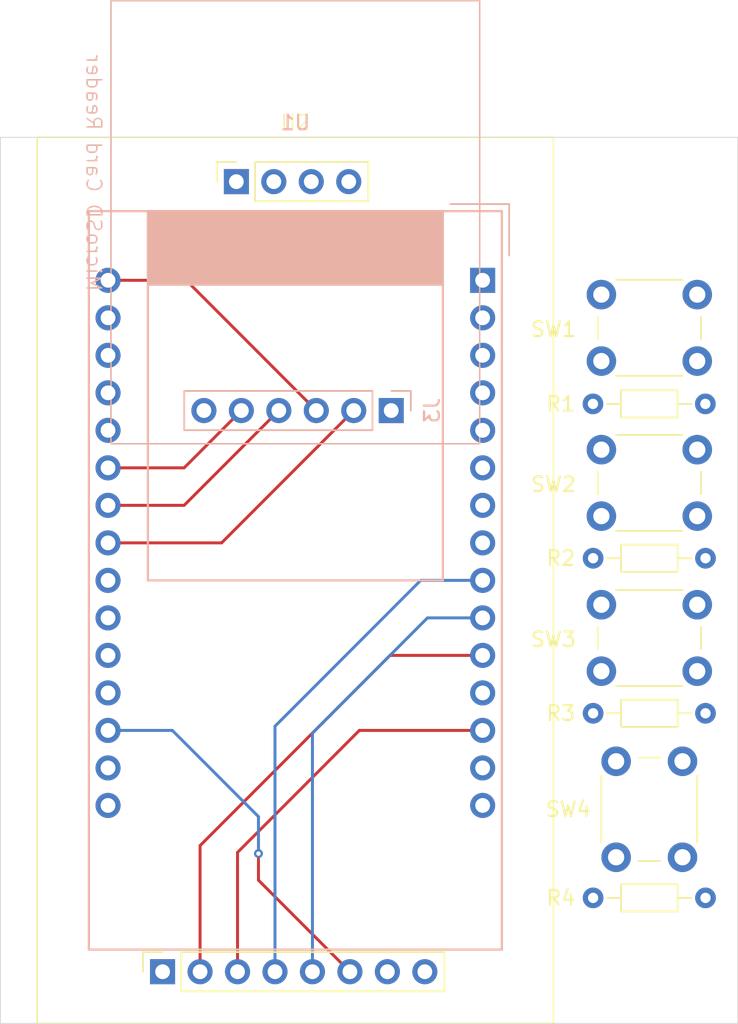
<source format=kicad_pcb>
(kicad_pcb (version 20241229) (generator "pcbnew") (generator_version "9.0")
  (layers (0 "F.Cu" signal) (2 "B.Cu" signal) (13 "F.Paste" user) (15 "B.Paste" user) (5 "F.SilkS" user "F.Silkscreen") (7 "B.SilkS" user "B.Silkscreen") (1 "F.Mask" user) (3 "B.Mask" user) (25 "Edge.Cuts" user))
  (net 0 "")
  (net 1 "SW_UP")
  (net 2 "SW_DOWN")
  (net 3 "SW_OK")
  (net 4 "SW_BACK")
  (net 11 "SD_SPI_MISO")
  (net 14 "LCD_GND")
  (net 15 "LCD_VCC")
  (net 19 "SD_SPI_MOSI")
  (net 20 "SD_SPI_CS")
  (net 23 "SD_SPI_CLK")
  (net 24 "LCD_SPI_CLK")
  (net 25 "LCD_SPI_MOSI")
  (net 28 "LCD_DC")
  (net 30 "LCD_BL")
  (net 31 "LCD_SPI_CS")
  (net 32 "LCD_RESET")
  (footprint "Button_Switch_THT:SW_PUSH_6mm" (layer "F.Cu") (at 96.25 92.25 -90)
    (property "Reference" "SW4" (at 3.25 7.75 0) (layer "F.SilkS"))
    (property "Value" "SW_Push")
    (fp_line (start 1 5.5) (end 5.5 5.5) (stroke (width 0.12)) (layer "F.SilkS"))
    (fp_line (start 6.75 3) (end 6.75 1.5) (stroke (width 0.12)) (layer "F.SilkS"))
    (fp_line (start -0.25 1.5) (end -0.25 3) (stroke (width 0.12)) (layer "F.SilkS"))
    (fp_line (start 5.5 -1) (end 1 -1) (stroke (width 0.12)) (layer "F.SilkS"))
    (pad "1" thru_hole circle (at 0 0) (size 2 2) (drill 1.1) (layers "*.Cu" "*.Mask") (net 14 "LCD_GND"))
    (pad "1" thru_hole circle (at 6.5 0) (size 2 2) (drill 1.1) (layers "*.Cu" "*.Mask") (net 14 "LCD_GND"))
    (pad "2" thru_hole circle (at 0 4.5) (size 2 2) (drill 1.1) (layers "*.Cu" "*.Mask") (net 4 "SW_BACK"))
    (pad "2" thru_hole circle (at 6.5 4.5) (size 2 2) (drill 1.1) (layers "*.Cu" "*.Mask") (net 4 "SW_BACK"))
  )
  (footprint "Resistor_THT:R_Axial_DIN0204_L3.6mm_D1.6mm_P7.62mm_Horizontal" (layer "F.Cu") (at 97.8 68.05 180)
    (property "Reference" "R1" (at 9.81 0 0) (layer "F.SilkS"))
    (property "Value" "4.7k")
    (fp_line (start 6.68 0) (end 5.73 0) (stroke (width 0.12)) (layer "F.SilkS"))
    (fp_line (start 0.94 0) (end 1.89 0) (stroke (width 0.12)) (layer "F.SilkS"))
    (fp_rect (start 1.89 -0.92) (end 5.73 0.92) (stroke (width 0.12)) (fill no) (layer "F.SilkS"))
    (pad "1" thru_hole circle (at 0 0 180) (size 1.4 1.4) (drill 0.7) (layers "*.Cu" "*.Mask") (net 15 "LCD_VCC"))
    (pad "2" thru_hole circle (at 7.62 0 180) (size 1.4 1.4) (drill 0.7) (layers "*.Cu" "*.Mask") (net 1 "SW_UP"))
  )
  (footprint "Resistor_THT:R_Axial_DIN0204_L3.6mm_D1.6mm_P7.62mm_Horizontal" (layer "F.Cu") (at 97.81 101.5 180)
    (property "Reference" "R4" (at 9.8 0 0) (layer "F.SilkS"))
    (property "Value" "4.7k")
    (fp_line (start 6.68 0) (end 5.73 0) (stroke (width 0.12)) (layer "F.SilkS"))
    (fp_line (start 0.94 0) (end 1.89 0) (stroke (width 0.12)) (layer "F.SilkS"))
    (fp_rect (start 1.89 -0.92) (end 5.73 0.92) (stroke (width 0.12)) (fill no) (layer "F.SilkS"))
    (pad "1" thru_hole circle (at 0 0 180) (size 1.4 1.4) (drill 0.7) (layers "*.Cu" "*.Mask") (net 15 "LCD_VCC"))
    (pad "2" thru_hole circle (at 7.62 0 180) (size 1.4 1.4) (drill 0.7) (layers "*.Cu" "*.Mask") (net 4 "SW_BACK"))
  )
  (footprint "Button_Switch_THT:SW_PUSH_6mm" (layer "F.Cu") (at 90.75 71.15)
    (property "Reference" "SW2" (at -3.25 2.35 0) (layer "F.SilkS"))
    (property "Value" "SW_Push")
    (fp_line (start -0.25 1.5) (end -0.25 3) (stroke (width 0.12)) (layer "F.SilkS"))
    (fp_line (start 1 5.5) (end 5.5 5.5) (stroke (width 0.12)) (layer "F.SilkS"))
    (fp_line (start 5.5 -1) (end 1 -1) (stroke (width 0.12)) (layer "F.SilkS"))
    (fp_line (start 6.75 3) (end 6.75 1.5) (stroke (width 0.12)) (layer "F.SilkS"))
    (pad "1" thru_hole circle (at 0 0 90) (size 2 2) (drill 1.1) (layers "*.Cu" "*.Mask") (net 14 "LCD_GND"))
    (pad "1" thru_hole circle (at 6.5 0 90) (size 2 2) (drill 1.1) (layers "*.Cu" "*.Mask") (net 14 "LCD_GND"))
    (pad "2" thru_hole circle (at 0 4.5 90) (size 2 2) (drill 1.1) (layers "*.Cu" "*.Mask") (net 2 "SW_DOWN"))
    (pad "2" thru_hole circle (at 6.5 4.5 90) (size 2 2) (drill 1.1) (layers "*.Cu" "*.Mask") (net 2 "SW_DOWN"))
  )
  (footprint "Resistor_THT:R_Axial_DIN0204_L3.6mm_D1.6mm_P7.62mm_Horizontal" (layer "F.Cu") (at 97.81 78.5 180)
    (property "Reference" "R2" (at 9.81 0 0) (layer "F.SilkS"))
    (property "Value" "4.7k")
    (fp_line (start 6.68 0) (end 5.73 0) (stroke (width 0.12)) (layer "F.SilkS"))
    (fp_line (start 0.94 0) (end 1.89 0) (stroke (width 0.12)) (layer "F.SilkS"))
    (fp_rect (start 1.89 -0.92) (end 5.73 0.92) (stroke (width 0.12)) (fill no) (layer "F.SilkS"))
    (pad "1" thru_hole circle (at 0 0 180) (size 1.4 1.4) (drill 0.7) (layers "*.Cu" "*.Mask") (net 15 "LCD_VCC"))
    (pad "2" thru_hole circle (at 7.62 0 180) (size 1.4 1.4) (drill 0.7) (layers "*.Cu" "*.Mask") (net 2 "SW_DOWN"))
  )
  (footprint "Button_Switch_THT:SW_PUSH_6mm" (layer "F.Cu") (at 90.75 60.65)
    (property "Reference" "SW1" (at -3.25 2.35 0) (layer "F.SilkS"))
    (property "Value" "SW_Push")
    (fp_line (start -0.25 1.5) (end -0.25 3) (stroke (width 0.12)) (layer "F.SilkS"))
    (fp_line (start 1 5.5) (end 5.5 5.5) (stroke (width 0.12)) (layer "F.SilkS"))
    (fp_line (start 5.5 -1) (end 1 -1) (stroke (width 0.12)) (layer "F.SilkS"))
    (fp_line (start 6.75 3) (end 6.75 1.5) (stroke (width 0.12)) (layer "F.SilkS"))
    (pad "1" thru_hole circle (at 0 0 90) (size 2 2) (drill 1.1) (layers "*.Cu" "*.Mask") (net 14 "LCD_GND"))
    (pad "1" thru_hole circle (at 6.5 0 90) (size 2 2) (drill 1.1) (layers "*.Cu" "*.Mask") (net 14 "LCD_GND"))
    (pad "2" thru_hole circle (at 0 4.5 90) (size 2 2) (drill 1.1) (layers "*.Cu" "*.Mask") (net 1 "SW_UP"))
    (pad "2" thru_hole circle (at 6.5 4.5 90) (size 2 2) (drill 1.1) (layers "*.Cu" "*.Mask") (net 1 "SW_UP"))
  )
  (footprint "shubot_lib:LCD_Module_ST7735" (layer "F.Cu") (at 70 80 90)
    (property "Reference" "U2" (at 31 0 0) (layer "F.SilkS") (effects (font (thickness 0.1))))
    (property "Value" "LCD_Module_ST7735")
    (fp_line (start -25.17 -10.33) (end -25.17 -9) (stroke (width 0.12)) (layer "F.SilkS"))
    (fp_line (start -26.5 -10.33) (end -25.17 -10.33) (stroke (width 0.12)) (layer "F.SilkS"))
    (fp_line (start -25.17 -7.73) (end -25.17 10.11) (stroke (width 0.12)) (layer "F.SilkS"))
    (fp_line (start -27.83 -7.73) (end -25.17 -7.73) (stroke (width 0.12)) (layer "F.SilkS"))
    (fp_line (start -27.83 -7.73) (end -27.83 10.11) (stroke (width 0.12)) (layer "F.SilkS"))
    (fp_line (start 28.33 -5.33) (end 28.33 -4) (stroke (width 0.12)) (layer "F.SilkS"))
    (fp_line (start 27 -5.33) (end 28.33 -5.33) (stroke (width 0.12)) (layer "F.SilkS"))
    (fp_line (start 28.33 -2.73) (end 28.33 4.95) (stroke (width 0.12)) (layer "F.SilkS"))
    (fp_line (start 25.67 -2.73) (end 28.33 -2.73) (stroke (width 0.12)) (layer "F.SilkS"))
    (fp_line (start 25.67 -2.73) (end 25.67 4.95) (stroke (width 0.12)) (layer "F.SilkS"))
    (fp_line (start 25.67 4.95) (end 28.33 4.95) (stroke (width 0.12)) (layer "F.SilkS"))
    (fp_line (start -27.83 10.11) (end -25.17 10.11) (stroke (width 0.12)) (layer "F.SilkS"))
    (fp_rect (start -30 -17.5) (end 30 17.5) (stroke (width 0.1)) (fill no) (layer "F.SilkS"))
    (pad "1" thru_hole rect (at -26.5 -9 90) (size 1.7 1.7) (drill 1) (layers "*.Cu" "*.Mask") (net 30 "LCD_BL"))
    (pad "2" thru_hole circle (at -26.5 -6.46 90) (size 1.7 1.7) (drill 1) (layers "*.Cu" "*.Mask") (net 24 "LCD_SPI_CLK"))
    (pad "3" thru_hole circle (at -26.5 -3.92 90) (size 1.7 1.7) (drill 1) (layers "*.Cu" "*.Mask") (net 25 "LCD_SPI_MOSI"))
    (pad "4" thru_hole circle (at -26.5 -1.38 90) (size 1.7 1.7) (drill 1) (layers "*.Cu" "*.Mask") (net 28 "LCD_DC"))
    (pad "5" thru_hole circle (at -26.5 1.16 90) (size 1.7 1.7) (drill 1) (layers "*.Cu" "*.Mask") (net 32 "LCD_RESET"))
    (pad "6" thru_hole circle (at -26.5 3.7 90) (size 1.7 1.7) (drill 1) (layers "*.Cu" "*.Mask") (net 31 "LCD_SPI_CS"))
    (pad "7" thru_hole circle (at -26.5 6.24 90) (size 1.7 1.7) (drill 1) (layers "*.Cu" "*.Mask") (net 14 "LCD_GND"))
    (pad "8" thru_hole circle (at -26.5 8.78 90) (size 1.7 1.7) (drill 1) (layers "*.Cu" "*.Mask") (net 15 "LCD_VCC"))
    (pad "9" thru_hole circle (at 27 3.62 90) (size 1.7 1.7) (drill 1) (layers "*.Cu" "*.Mask"))
    (pad "10" thru_hole circle (at 27 1.08 90) (size 1.7 1.7) (drill 1) (layers "*.Cu" "*.Mask"))
    (pad "11" thru_hole circle (at 27 -1.46 90) (size 1.7 1.7) (drill 1) (layers "*.Cu" "*.Mask"))
    (pad "12" thru_hole rect (at 27 -4 90) (size 1.7 1.7) (drill 1) (layers "*.Cu" "*.Mask"))
  )
  (footprint "Resistor_THT:R_Axial_DIN0204_L3.6mm_D1.6mm_P7.62mm_Horizontal" (layer "F.Cu") (at 97.81 89 180)
    (property "Reference" "R3" (at 9.81 0 0) (layer "F.SilkS"))
    (property "Value" "4.7k")
    (fp_line (start 6.68 0) (end 5.73 0) (stroke (width 0.12)) (layer "F.SilkS"))
    (fp_line (start 0.94 0) (end 1.89 0) (stroke (width 0.12)) (layer "F.SilkS"))
    (fp_rect (start 1.89 -0.92) (end 5.73 0.92) (stroke (width 0.12)) (fill no) (layer "F.SilkS"))
    (pad "1" thru_hole circle (at 0 0 180) (size 1.4 1.4) (drill 0.7) (layers "*.Cu" "*.Mask") (net 15 "LCD_VCC"))
    (pad "2" thru_hole circle (at 7.62 0 180) (size 1.4 1.4) (drill 0.7) (layers "*.Cu" "*.Mask") (net 3 "SW_OK"))
  )
  (footprint "Button_Switch_THT:SW_PUSH_6mm" (layer "F.Cu") (at 90.75 81.65)
    (property "Reference" "SW3" (at -3.25 2.35 0) (layer "F.SilkS"))
    (property "Value" "SW_Push")
    (fp_line (start -0.25 1.5) (end -0.25 3) (stroke (width 0.12)) (layer "F.SilkS"))
    (fp_line (start 1 5.5) (end 5.5 5.5) (stroke (width 0.12)) (layer "F.SilkS"))
    (fp_line (start 5.5 -1) (end 1 -1) (stroke (width 0.12)) (layer "F.SilkS"))
    (fp_line (start 6.75 3) (end 6.75 1.5) (stroke (width 0.12)) (layer "F.SilkS"))
    (pad "1" thru_hole circle (at 0 0 90) (size 2 2) (drill 1.1) (layers "*.Cu" "*.Mask") (net 14 "LCD_GND"))
    (pad "1" thru_hole circle (at 6.5 0 90) (size 2 2) (drill 1.1) (layers "*.Cu" "*.Mask") (net 14 "LCD_GND"))
    (pad "2" thru_hole circle (at 0 4.5 90) (size 2 2) (drill 1.1) (layers "*.Cu" "*.Mask") (net 3 "SW_OK"))
    (pad "2" thru_hole circle (at 6.5 4.5 90) (size 2 2) (drill 1.1) (layers "*.Cu" "*.Mask") (net 3 "SW_OK"))
  )
  (footprint "shubot_lib:MicroSD Card Reader" (layer "B.Cu") (at 76.5 68.5 90)
    (property "Reference" "J3" (at 0 2.77 90) (layer "B.SilkS") (effects (justify mirror)))
    (property "Value" "Micro_SD_Card_Module")
    (fp_line (start -1.33 -14.03) (end 1.33 -14.03) (stroke (width 0.12)) (layer "B.SilkS"))
    (fp_line (start 1.33 -1.27) (end 1.33 -14.03) (stroke (width 0.12)) (layer "B.SilkS"))
    (fp_line (start -1.33 -1.27) (end -1.33 -14.03) (stroke (width 0.12)) (layer "B.SilkS"))
    (fp_line (start -1.33 -1.27) (end 1.33 -1.27) (stroke (width 0.12)) (layer "B.SilkS"))
    (fp_line (start 1.33 1.33) (end 1.33 0) (stroke (width 0.12)) (layer "B.SilkS"))
    (fp_line (start 0 1.33) (end 1.33 1.33) (stroke (width 0.12)) (layer "B.SilkS"))
    (fp_rect (start -2.25 6) (end 27.75 -19) (stroke (width 0.1)) (fill no) (layer "B.SilkS"))
    (fp_text user "MicroSD Card Reader" (at 8 -20.75 270) (layer "B.SilkS") (effects (font (thickness 0.1)) (justify left bottom mirror)))
    (pad "1" thru_hole rect (at 0 0 90) (size 1.7 1.7) (drill 1) (layers "*.Cu" "*.Mask") (net 15 "LCD_VCC"))
    (pad "2" thru_hole oval (at 0 -2.54 90) (size 1.7 1.7) (drill 1) (layers "*.Cu" "*.Mask") (net 20 "SD_SPI_CS"))
    (pad "3" thru_hole oval (at 0 -5.08 90) (size 1.7 1.7) (drill 1) (layers "*.Cu" "*.Mask") (net 19 "SD_SPI_MOSI"))
    (pad "4" thru_hole oval (at 0 -7.62 90) (size 1.7 1.7) (drill 1) (layers "*.Cu" "*.Mask") (net 23 "SD_SPI_CLK"))
    (pad "5" thru_hole oval (at 0 -10.16 90) (size 1.7 1.7) (drill 1) (layers "*.Cu" "*.Mask") (net 11 "SD_SPI_MISO"))
    (pad "6" thru_hole oval (at 0 -12.7 90) (size 1.7 1.7) (drill 1) (layers "*.Cu" "*.Mask") (net 14 "LCD_GND"))
  )
  (footprint "shubot_lib:ESP32_DevKit_V1_DOIT_Module" (layer "B.Cu") (at 70 80 180)
    (property "Reference" "U1" (at 0 31 0) (layer "B.SilkS") (effects (justify mirror)))
    (property "Value" "esp32_devkit_WROOM-32")
    (fp_line (start 14 25) (end -14 25) (stroke (width 0.15)) (layer "B.SilkS"))
    (fp_line (start 14 -25) (end 14 25) (stroke (width 0.15)) (layer "B.SilkS"))
    (fp_line (start 10 25) (end -10 25) (stroke (width 0.15)) (layer "B.SilkS"))
    (fp_line (start 10 0) (end 10 25) (stroke (width 0.15)) (layer "B.SilkS"))
    (fp_line (start -10 25) (end -10 0) (stroke (width 0.15)) (layer "B.SilkS"))
    (fp_line (start -10 0) (end 10 0) (stroke (width 0.15)) (layer "B.SilkS"))
    (fp_line (start -14 25) (end -14 -25) (stroke (width 0.15)) (layer "B.SilkS"))
    (fp_line (start -14 -25) (end 14 -25) (stroke (width 0.15)) (layer "B.SilkS"))
    (fp_line (start -14.5 25.48) (end -10.5 25.48) (stroke (width 0.12)) (layer "B.SilkS"))
    (fp_line (start -14.5 22) (end -14.5 25.48) (stroke (width 0.12)) (layer "B.SilkS"))
    (fp_poly (pts (xy 10 20) (xy -10 20) (xy -10 25) (xy 10 25)) (stroke (width 0.1)) (fill yes) (layer "B.SilkS"))
    (pad "1" thru_hole oval (at -12.7 -15.24 180) (size 1.7 1.7) (drill 1) (layers "*.Cu" "*.Mask") (net 30 "LCD_BL"))
    (pad "2" thru_hole oval (at -12.7 -12.7 180) (size 1.7 1.7) (drill 1) (layers "*.Cu" "*.Mask") (net 14 "LCD_GND"))
    (pad "2" thru_hole oval (at 12.7 -12.7 180) (size 1.7 1.7) (drill 1) (layers "*.Cu" "*.Mask") (net 14 "LCD_GND"))
    (pad "3" thru_hole oval (at 12.7 -15.24 180) (size 1.7 1.7) (drill 1) (layers "*.Cu" "*.Mask") (net 15 "LCD_VCC"))
    (pad "5" thru_hole oval (at -12.7 17.78 180) (size 1.7 1.7) (drill 1) (layers "*.Cu" "*.Mask") (net 1 "SW_UP"))
    (pad "8" thru_hole oval (at -12.7 15.24 180) (size 1.7 1.7) (drill 1) (layers "*.Cu" "*.Mask") (net 2 "SW_DOWN"))
    (pad "9" thru_hole rect (at -12.7 20.32 180) (size 1.7 1.7) (drill 1) (layers "*.Cu" "*.Mask"))
    (pad "10" thru_hole oval (at -12.7 12.7 180) (size 1.7 1.7) (drill 1) (layers "*.Cu" "*.Mask") (net 3 "SW_OK"))
    (pad "11" thru_hole oval (at -12.7 10.16 180) (size 1.7 1.7) (drill 1) (layers "*.Cu" "*.Mask") (net 4 "SW_BACK"))
    (pad "12" thru_hole oval (at -12.7 7.62 180) (size 1.7 1.7) (drill 1) (layers "*.Cu" "*.Mask"))
    (pad "13" thru_hole oval (at -12.7 5.08 180) (size 1.7 1.7) (drill 1) (layers "*.Cu" "*.Mask"))
    (pad "14" thru_hole oval (at -12.7 2.54 180) (size 1.7 1.7) (drill 1) (layers "*.Cu" "*.Mask"))
    (pad "15" thru_hole oval (at -12.7 0 180) (size 1.7 1.7) (drill 1) (layers "*.Cu" "*.Mask") (net 28 "LCD_DC"))
    (pad "16" thru_hole oval (at -12.7 -2.54 180) (size 1.7 1.7) (drill 1) (layers "*.Cu" "*.Mask") (net 32 "LCD_RESET"))
    (pad "17" thru_hole oval (at -12.7 -5.08 180) (size 1.7 1.7) (drill 1) (layers "*.Cu" "*.Mask") (net 24 "LCD_SPI_CLK"))
    (pad "18" thru_hole oval (at -12.7 -7.62 180) (size 1.7 1.7) (drill 1) (layers "*.Cu" "*.Mask"))
    (pad "20" thru_hole oval (at -12.7 -10.16 180) (size 1.7 1.7) (drill 1) (layers "*.Cu" "*.Mask") (net 25 "LCD_SPI_MOSI"))
    (pad "21" thru_hole oval (at 12.7 -10.16 180) (size 1.7 1.7) (drill 1) (layers "*.Cu" "*.Mask") (net 31 "LCD_SPI_CS"))
    (pad "22" thru_hole oval (at 12.7 -7.62 180) (size 1.7 1.7) (drill 1) (layers "*.Cu" "*.Mask"))
    (pad "24" thru_hole oval (at 12.7 -5.08 180) (size 1.7 1.7) (drill 1) (layers "*.Cu" "*.Mask"))
    (pad "25" thru_hole oval (at 12.7 -2.54 180) (size 1.7 1.7) (drill 1) (layers "*.Cu" "*.Mask"))
    (pad "27" thru_hole oval (at 12.7 0 180) (size 1.7 1.7) (drill 1) (layers "*.Cu" "*.Mask"))
    (pad "34" thru_hole oval (at 12.7 2.54 180) (size 1.7 1.7) (drill 1) (layers "*.Cu" "*.Mask") (net 20 "SD_SPI_CS"))
    (pad "35" thru_hole oval (at 12.7 5.08 180) (size 1.7 1.7) (drill 1) (layers "*.Cu" "*.Mask") (net 23 "SD_SPI_CLK"))
    (pad "36" thru_hole oval (at 12.7 20.32 180) (size 1.7 1.7) (drill 1) (layers "*.Cu" "*.Mask") (net 19 "SD_SPI_MOSI"))
    (pad "38" thru_hole oval (at 12.7 7.62 180) (size 1.7 1.7) (drill 1) (layers "*.Cu" "*.Mask") (net 11 "SD_SPI_MISO"))
    (pad "39" thru_hole oval (at 12.7 17.78 180) (size 1.7 1.7) (drill 1) (layers "*.Cu" "*.Mask"))
    (pad "40" thru_hole oval (at 12.7 12.7 180) (size 1.7 1.7) (drill 1) (layers "*.Cu" "*.Mask"))
    (pad "41" thru_hole oval (at 12.7 15.24 180) (size 1.7 1.7) (drill 1) (layers "*.Cu" "*.Mask"))
    (pad "42" thru_hole oval (at 12.7 10.16 180) (size 1.7 1.7) (drill 1) (layers "*.Cu" "*.Mask"))
  )
  (gr_rect (start 50 50) (end 100 110) (stroke (width 0.05)) (fill no) (layer "Edge.Cuts"))
  (segment (start 62.46 72.38) (end 66.34 68.5) (width 0.2) (layer "F.Cu") (net 11))
  (segment (start 57.3 72.38) (end 62.46 72.38) (width 0.2) (layer "F.Cu") (net 11))
  (segment (start 71.42 68.5) (end 62.6 59.68) (width 0.2) (layer "F.Cu") (net 19))
  (segment (start 62.6 59.68) (end 57.3 59.68) (width 0.2) (layer "F.Cu") (net 19))
  (segment (start 65 77.46) (end 73.96 68.5) (width 0.2) (layer "F.Cu") (net 20))
  (segment (start 57.3 77.46) (end 65 77.46) (width 0.2) (layer "F.Cu") (net 20))
  (segment (start 57.3 74.92) (end 62.46 74.92) (width 0.2) (layer "F.Cu") (net 23))
  (segment (start 62.46 74.92) (end 68.88 68.5) (width 0.2) (layer "F.Cu") (net 23))
  (segment (start 76.42 85.08) (end 63.54 97.96) (width 0.2) (layer "F.Cu") (net 24))
  (segment (start 63.54 97.96) (end 63.54 106.5) (width 0.2) (layer "F.Cu") (net 24))
  (segment (start 82.7 85.08) (end 76.42 85.08) (width 0.2) (layer "F.Cu") (net 24))
  (segment (start 74.34 90.16) (end 66.08 98.42) (width 0.2) (layer "F.Cu") (net 25))
  (segment (start 82.7 90.16) (end 74.34 90.16) (width 0.2) (layer "F.Cu") (net 25))
  (segment (start 66.08 98.42) (end 66.08 106.5) (width 0.2) (layer "F.Cu") (net 25))
  (segment (start 68.62 89.88) (end 68.62 106.5) (width 0.2) (layer "B.Cu") (net 28))
  (segment (start 78.5 80) (end 68.62 89.88) (width 0.2) (layer "B.Cu") (net 28))
  (segment (start 82.7 80) (end 78.5 80) (width 0.2) (layer "B.Cu") (net 28))
  (segment (start 67.5 100.3) (end 73.7 106.5) (width 0.2) (layer "F.Cu") (net 31))
  (segment (start 67.5 98.5) (end 67.5 100.3) (width 0.2) (layer "F.Cu") (net 31))
  (via (at 67.5 98.5) (size 0.6) (drill 0.3) (layers "F.Cu" "B.Cu") (net 31))
  (segment (start 61.66 90.16) (end 67.5 96) (width 0.2) (layer "B.Cu") (net 31))
  (segment (start 67.5 96) (end 67.5 98.5) (width 0.2) (layer "B.Cu") (net 31))
  (segment (start 57.3 90.16) (end 61.66 90.16) (width 0.2) (layer "B.Cu") (net 31))
  (segment (start 71.16 106.5) (end 71.16 90.34) (width 0.2) (layer "B.Cu") (net 32))
  (segment (start 71.16 90.34) (end 78.96 82.54) (width 0.2) (layer "B.Cu") (net 32))
  (segment (start 78.96 82.54) (end 82.7 82.54) (width 0.2) (layer "B.Cu") (net 32))
)
</source>
